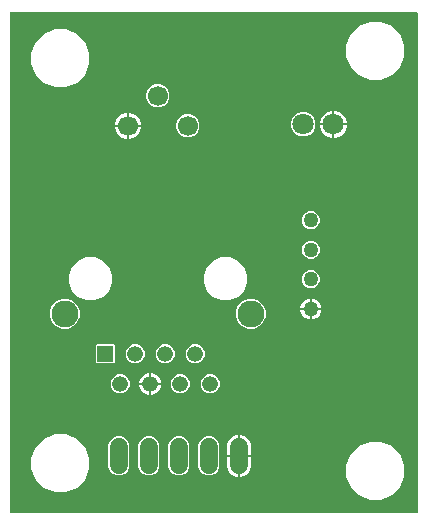
<source format=gbr>
G04 EAGLE Gerber RS-274X export*
G75*
%MOMM*%
%FSLAX34Y34*%
%LPD*%
%INBottom Copper*%
%IPPOS*%
%AMOC8*
5,1,8,0,0,1.08239X$1,22.5*%
G01*
G04 Define Apertures*
%ADD10C,1.800000*%
%ADD11C,1.260000*%
%ADD12C,1.524000*%
%ADD13C,1.700000*%
%ADD14C,2.280000*%
%ADD15R,1.335000X1.335000*%
%ADD16C,1.335000*%
%ADD17C,0.525000*%
G36*
X346553Y129092D02*
X346256Y129032D01*
X2794Y129032D01*
X2519Y129083D01*
X2264Y129247D01*
X2092Y129497D01*
X2032Y129794D01*
X2032Y552706D01*
X2083Y552981D01*
X2247Y553236D01*
X2497Y553408D01*
X2794Y553468D01*
X346256Y553468D01*
X346531Y553417D01*
X346786Y553253D01*
X346958Y553003D01*
X347018Y552706D01*
X347018Y129794D01*
X346967Y129519D01*
X346803Y129264D01*
X346553Y129092D01*
G37*
%LPC*%
G36*
X306270Y496168D02*
X316030Y496168D01*
X325046Y499903D01*
X331947Y506804D01*
X335682Y515820D01*
X335682Y525580D01*
X331947Y534596D01*
X325046Y541497D01*
X316030Y545232D01*
X306270Y545232D01*
X297254Y541497D01*
X290353Y534596D01*
X286618Y525580D01*
X286618Y515820D01*
X290353Y506804D01*
X297254Y499903D01*
X306270Y496168D01*
G37*
G36*
X39570Y489818D02*
X49330Y489818D01*
X58346Y493553D01*
X65247Y500454D01*
X68982Y509470D01*
X68982Y519230D01*
X65247Y528246D01*
X58346Y535147D01*
X49330Y538882D01*
X39570Y538882D01*
X30554Y535147D01*
X23653Y528246D01*
X19918Y519230D01*
X19918Y509470D01*
X23653Y500454D01*
X30554Y493553D01*
X39570Y489818D01*
G37*
G36*
X125057Y472830D02*
X128943Y472830D01*
X132534Y474317D01*
X135283Y477066D01*
X136770Y480657D01*
X136770Y484543D01*
X135283Y488134D01*
X132534Y490883D01*
X128943Y492370D01*
X125057Y492370D01*
X121466Y490883D01*
X118717Y488134D01*
X117230Y484543D01*
X117230Y480657D01*
X118717Y477066D01*
X121466Y474317D01*
X125057Y472830D01*
G37*
G36*
X264050Y459232D02*
X274828Y459232D01*
X274828Y470010D01*
X273295Y470010D01*
X269053Y468253D01*
X265807Y465007D01*
X264050Y460765D01*
X264050Y459232D01*
G37*
G36*
X276352Y459232D02*
X287130Y459232D01*
X287130Y460765D01*
X285373Y465007D01*
X282127Y468253D01*
X277885Y470010D01*
X276352Y470010D01*
X276352Y459232D01*
G37*
G36*
X248147Y448200D02*
X252233Y448200D01*
X256008Y449764D01*
X258896Y452653D01*
X260460Y456427D01*
X260460Y460513D01*
X258896Y464288D01*
X256008Y467176D01*
X252233Y468740D01*
X248147Y468740D01*
X244373Y467176D01*
X241484Y464288D01*
X239920Y460513D01*
X239920Y456427D01*
X241484Y452653D01*
X244373Y449764D01*
X248147Y448200D01*
G37*
G36*
X90560Y457962D02*
X100838Y457962D01*
X100838Y468240D01*
X99404Y468240D01*
X95346Y466559D01*
X92241Y463454D01*
X90560Y459396D01*
X90560Y457962D01*
G37*
G36*
X102362Y457962D02*
X112640Y457962D01*
X112640Y459396D01*
X110959Y463454D01*
X107854Y466559D01*
X103796Y468240D01*
X102362Y468240D01*
X102362Y457962D01*
G37*
G36*
X150457Y447430D02*
X154343Y447430D01*
X157934Y448917D01*
X160683Y451666D01*
X162170Y455257D01*
X162170Y459143D01*
X160683Y462734D01*
X157934Y465483D01*
X154343Y466970D01*
X150457Y466970D01*
X146866Y465483D01*
X144117Y462734D01*
X142630Y459143D01*
X142630Y455257D01*
X144117Y451666D01*
X146866Y448917D01*
X150457Y447430D01*
G37*
G36*
X276352Y446930D02*
X277885Y446930D01*
X282127Y448687D01*
X285373Y451933D01*
X287130Y456175D01*
X287130Y457708D01*
X276352Y457708D01*
X276352Y446930D01*
G37*
G36*
X273295Y446930D02*
X274828Y446930D01*
X274828Y457708D01*
X264050Y457708D01*
X264050Y456175D01*
X265807Y451933D01*
X269053Y448687D01*
X273295Y446930D01*
G37*
G36*
X102362Y446160D02*
X103796Y446160D01*
X107854Y447841D01*
X110959Y450946D01*
X112640Y455004D01*
X112640Y456438D01*
X102362Y456438D01*
X102362Y446160D01*
G37*
G36*
X99404Y446160D02*
X100838Y446160D01*
X100838Y456438D01*
X90560Y456438D01*
X90560Y455004D01*
X92241Y450946D01*
X95346Y447841D01*
X99404Y446160D01*
G37*
G36*
X255034Y369620D02*
X258046Y369620D01*
X260828Y370772D01*
X262958Y372902D01*
X264110Y375684D01*
X264110Y378696D01*
X262958Y381478D01*
X260828Y383608D01*
X258046Y384760D01*
X255034Y384760D01*
X252252Y383608D01*
X250122Y381478D01*
X248970Y378696D01*
X248970Y375684D01*
X250122Y372902D01*
X252252Y370772D01*
X255034Y369620D01*
G37*
G36*
X255034Y344620D02*
X258046Y344620D01*
X260828Y345772D01*
X262958Y347902D01*
X264110Y350684D01*
X264110Y353696D01*
X262958Y356478D01*
X260828Y358608D01*
X258046Y359760D01*
X255034Y359760D01*
X252252Y358608D01*
X250122Y356478D01*
X248970Y353696D01*
X248970Y350684D01*
X250122Y347902D01*
X252252Y345772D01*
X255034Y344620D01*
G37*
G36*
X180513Y309378D02*
X187787Y309378D01*
X194506Y312161D01*
X199649Y317304D01*
X202432Y324023D01*
X202432Y331297D01*
X199649Y338016D01*
X194506Y343159D01*
X187787Y345942D01*
X180513Y345942D01*
X173794Y343159D01*
X168651Y338016D01*
X165868Y331297D01*
X165868Y324023D01*
X168651Y317304D01*
X173794Y312161D01*
X180513Y309378D01*
G37*
G36*
X66213Y309378D02*
X73487Y309378D01*
X80206Y312161D01*
X85349Y317304D01*
X88132Y324023D01*
X88132Y331297D01*
X85349Y338016D01*
X80206Y343159D01*
X73487Y345942D01*
X66213Y345942D01*
X59494Y343159D01*
X54351Y338016D01*
X51568Y331297D01*
X51568Y324023D01*
X54351Y317304D01*
X59494Y312161D01*
X66213Y309378D01*
G37*
G36*
X255034Y319620D02*
X258046Y319620D01*
X260828Y320772D01*
X262958Y322902D01*
X264110Y325684D01*
X264110Y328696D01*
X262958Y331478D01*
X260828Y333608D01*
X258046Y334760D01*
X255034Y334760D01*
X252252Y333608D01*
X250122Y331478D01*
X248970Y328696D01*
X248970Y325684D01*
X250122Y322902D01*
X252252Y320772D01*
X255034Y319620D01*
G37*
G36*
X247700Y302952D02*
X255778Y302952D01*
X255778Y311030D01*
X254782Y311030D01*
X251533Y309684D01*
X249046Y307197D01*
X247700Y303948D01*
X247700Y302952D01*
G37*
G36*
X257302Y302952D02*
X265380Y302952D01*
X265380Y303948D01*
X264034Y307197D01*
X261547Y309684D01*
X258298Y311030D01*
X257302Y311030D01*
X257302Y302952D01*
G37*
G36*
X203230Y285490D02*
X208270Y285490D01*
X212927Y287419D01*
X216491Y290983D01*
X218420Y295640D01*
X218420Y300680D01*
X216491Y305337D01*
X212927Y308901D01*
X208270Y310830D01*
X203230Y310830D01*
X198573Y308901D01*
X195009Y305337D01*
X193080Y300680D01*
X193080Y295640D01*
X195009Y290983D01*
X198573Y287419D01*
X203230Y285490D01*
G37*
G36*
X45730Y285490D02*
X50770Y285490D01*
X55427Y287419D01*
X58991Y290983D01*
X60920Y295640D01*
X60920Y300680D01*
X58991Y305337D01*
X55427Y308901D01*
X50770Y310830D01*
X45730Y310830D01*
X41073Y308901D01*
X37509Y305337D01*
X35580Y300680D01*
X35580Y295640D01*
X37509Y290983D01*
X41073Y287419D01*
X45730Y285490D01*
G37*
G36*
X257302Y293350D02*
X258298Y293350D01*
X261547Y294696D01*
X264034Y297183D01*
X265380Y300432D01*
X265380Y301428D01*
X257302Y301428D01*
X257302Y293350D01*
G37*
G36*
X254782Y293350D02*
X255778Y293350D01*
X255778Y301428D01*
X247700Y301428D01*
X247700Y300432D01*
X249046Y297183D01*
X251533Y294696D01*
X254782Y293350D01*
G37*
G36*
X75349Y256215D02*
X89751Y256215D01*
X90495Y256959D01*
X90495Y271361D01*
X89751Y272105D01*
X75349Y272105D01*
X74605Y271361D01*
X74605Y256959D01*
X75349Y256215D01*
G37*
G36*
X106370Y256215D02*
X109530Y256215D01*
X112451Y257425D01*
X114685Y259660D01*
X115895Y262580D01*
X115895Y265740D01*
X114685Y268661D01*
X112451Y270895D01*
X109530Y272105D01*
X106370Y272105D01*
X103450Y270895D01*
X101215Y268661D01*
X100005Y265740D01*
X100005Y262580D01*
X101215Y259660D01*
X103450Y257425D01*
X106370Y256215D01*
G37*
G36*
X131770Y256215D02*
X134930Y256215D01*
X137851Y257425D01*
X140085Y259660D01*
X141295Y262580D01*
X141295Y265740D01*
X140085Y268661D01*
X137851Y270895D01*
X134930Y272105D01*
X131770Y272105D01*
X128850Y270895D01*
X126615Y268661D01*
X125405Y265740D01*
X125405Y262580D01*
X126615Y259660D01*
X128850Y257425D01*
X131770Y256215D01*
G37*
G36*
X157170Y256215D02*
X160330Y256215D01*
X163251Y257425D01*
X165485Y259660D01*
X166695Y262580D01*
X166695Y265740D01*
X165485Y268661D01*
X163251Y270895D01*
X160330Y272105D01*
X157170Y272105D01*
X154250Y270895D01*
X152015Y268661D01*
X150805Y265740D01*
X150805Y262580D01*
X152015Y259660D01*
X154250Y257425D01*
X157170Y256215D01*
G37*
G36*
X111435Y239522D02*
X119888Y239522D01*
X119888Y247975D01*
X118817Y247975D01*
X115430Y246572D01*
X112838Y243980D01*
X111435Y240593D01*
X111435Y239522D01*
G37*
G36*
X121412Y239522D02*
X129865Y239522D01*
X129865Y240593D01*
X128462Y243980D01*
X125870Y246572D01*
X122483Y247975D01*
X121412Y247975D01*
X121412Y239522D01*
G37*
G36*
X169870Y230815D02*
X173030Y230815D01*
X175951Y232025D01*
X178185Y234260D01*
X179395Y237180D01*
X179395Y240340D01*
X178185Y243261D01*
X175951Y245495D01*
X173030Y246705D01*
X169870Y246705D01*
X166950Y245495D01*
X164715Y243261D01*
X163505Y240340D01*
X163505Y237180D01*
X164715Y234260D01*
X166950Y232025D01*
X169870Y230815D01*
G37*
G36*
X144470Y230815D02*
X147630Y230815D01*
X150551Y232025D01*
X152785Y234260D01*
X153995Y237180D01*
X153995Y240340D01*
X152785Y243261D01*
X150551Y245495D01*
X147630Y246705D01*
X144470Y246705D01*
X141550Y245495D01*
X139315Y243261D01*
X138105Y240340D01*
X138105Y237180D01*
X139315Y234260D01*
X141550Y232025D01*
X144470Y230815D01*
G37*
G36*
X93670Y230815D02*
X96830Y230815D01*
X99751Y232025D01*
X101985Y234260D01*
X103195Y237180D01*
X103195Y240340D01*
X101985Y243261D01*
X99751Y245495D01*
X96830Y246705D01*
X93670Y246705D01*
X90750Y245495D01*
X88515Y243261D01*
X87305Y240340D01*
X87305Y237180D01*
X88515Y234260D01*
X90750Y232025D01*
X93670Y230815D01*
G37*
G36*
X121412Y229545D02*
X122483Y229545D01*
X125870Y230948D01*
X128462Y233540D01*
X129865Y236927D01*
X129865Y237998D01*
X121412Y237998D01*
X121412Y229545D01*
G37*
G36*
X118817Y229545D02*
X119888Y229545D01*
X119888Y237998D01*
X111435Y237998D01*
X111435Y236927D01*
X112838Y233540D01*
X115430Y230948D01*
X118817Y229545D01*
G37*
G36*
X39570Y146918D02*
X49330Y146918D01*
X58346Y150653D01*
X65247Y157554D01*
X68982Y166570D01*
X68982Y176330D01*
X65247Y185346D01*
X58346Y192247D01*
X49330Y195982D01*
X39570Y195982D01*
X30554Y192247D01*
X23653Y185346D01*
X19918Y176330D01*
X19918Y166570D01*
X23653Y157554D01*
X30554Y150653D01*
X39570Y146918D01*
G37*
G36*
X185420Y178562D02*
X194818Y178562D01*
X194818Y195580D01*
X193559Y195580D01*
X189825Y194033D01*
X186967Y191175D01*
X185420Y187441D01*
X185420Y178562D01*
G37*
G36*
X196342Y178562D02*
X205740Y178562D01*
X205740Y187441D01*
X204193Y191175D01*
X201335Y194033D01*
X197601Y195580D01*
X196342Y195580D01*
X196342Y178562D01*
G37*
G36*
X168412Y161290D02*
X171948Y161290D01*
X175216Y162643D01*
X177717Y165144D01*
X179070Y168412D01*
X179070Y187188D01*
X177717Y190456D01*
X175216Y192957D01*
X171948Y194310D01*
X168412Y194310D01*
X165144Y192957D01*
X162643Y190456D01*
X161290Y187188D01*
X161290Y168412D01*
X162643Y165144D01*
X165144Y162643D01*
X168412Y161290D01*
G37*
G36*
X143012Y161290D02*
X146548Y161290D01*
X149816Y162643D01*
X152317Y165144D01*
X153670Y168412D01*
X153670Y187188D01*
X152317Y190456D01*
X149816Y192957D01*
X146548Y194310D01*
X143012Y194310D01*
X139744Y192957D01*
X137243Y190456D01*
X135890Y187188D01*
X135890Y168412D01*
X137243Y165144D01*
X139744Y162643D01*
X143012Y161290D01*
G37*
G36*
X117612Y161290D02*
X121148Y161290D01*
X124416Y162643D01*
X126917Y165144D01*
X128270Y168412D01*
X128270Y187188D01*
X126917Y190456D01*
X124416Y192957D01*
X121148Y194310D01*
X117612Y194310D01*
X114344Y192957D01*
X111843Y190456D01*
X110490Y187188D01*
X110490Y168412D01*
X111843Y165144D01*
X114344Y162643D01*
X117612Y161290D01*
G37*
G36*
X92212Y161290D02*
X95748Y161290D01*
X99016Y162643D01*
X101517Y165144D01*
X102870Y168412D01*
X102870Y187188D01*
X101517Y190456D01*
X99016Y192957D01*
X95748Y194310D01*
X92212Y194310D01*
X88944Y192957D01*
X86443Y190456D01*
X85090Y187188D01*
X85090Y168412D01*
X86443Y165144D01*
X88944Y162643D01*
X92212Y161290D01*
G37*
G36*
X306270Y140568D02*
X316030Y140568D01*
X325046Y144303D01*
X331947Y151204D01*
X335682Y160220D01*
X335682Y169980D01*
X331947Y178996D01*
X325046Y185897D01*
X316030Y189632D01*
X306270Y189632D01*
X297254Y185897D01*
X290353Y178996D01*
X286618Y169980D01*
X286618Y160220D01*
X290353Y151204D01*
X297254Y144303D01*
X306270Y140568D01*
G37*
G36*
X196342Y160020D02*
X197601Y160020D01*
X201335Y161567D01*
X204193Y164425D01*
X205740Y168159D01*
X205740Y177038D01*
X196342Y177038D01*
X196342Y160020D01*
G37*
G36*
X193559Y160020D02*
X194818Y160020D01*
X194818Y177038D01*
X185420Y177038D01*
X185420Y168159D01*
X186967Y164425D01*
X189825Y161567D01*
X193559Y160020D01*
G37*
%LPD*%
D10*
X275590Y458470D03*
X250190Y458470D03*
D11*
X256540Y377190D03*
X256540Y352190D03*
X256540Y327190D03*
X256540Y302190D03*
D12*
X195580Y185420D02*
X195580Y170180D01*
X170180Y170180D02*
X170180Y185420D01*
X144780Y185420D02*
X144780Y170180D01*
X119380Y170180D02*
X119380Y185420D01*
X93980Y185420D02*
X93980Y170180D01*
D13*
X152400Y457200D03*
X127000Y482600D03*
X101600Y457200D03*
D14*
X48250Y298160D03*
X205750Y298160D03*
D15*
X82550Y264160D03*
D16*
X95250Y238760D03*
X107950Y264160D03*
X120650Y238760D03*
X133350Y264160D03*
X146050Y238760D03*
X158750Y264160D03*
X171450Y238760D03*
D17*
X269240Y213360D03*
M02*

</source>
